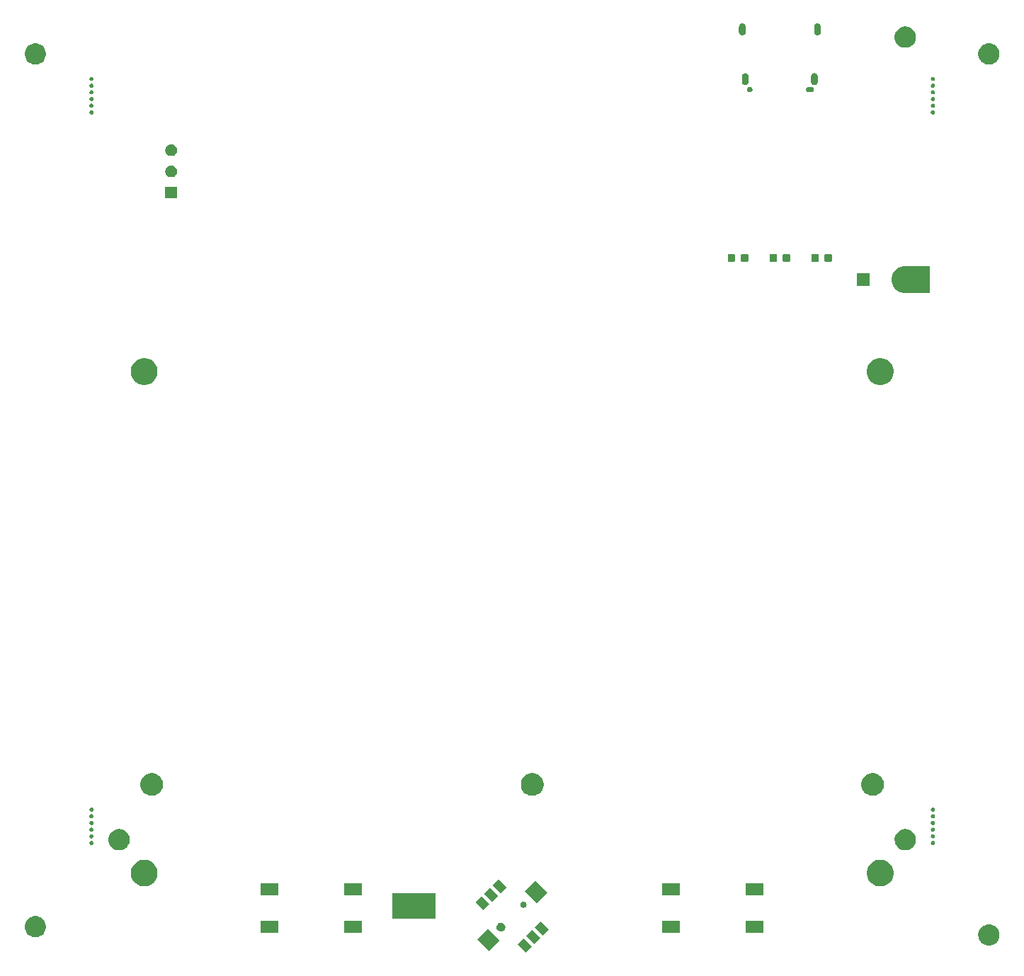
<source format=gbr>
G04 #@! TF.GenerationSoftware,KiCad,Pcbnew,5.0.2-bee76a0~70~ubuntu18.04.1*
G04 #@! TF.CreationDate,2020-04-30T09:20:18+02:00*
G04 #@! TF.ProjectId,OpenDropV4,4f70656e-4472-46f7-9056-342e6b696361,rev?*
G04 #@! TF.SameCoordinates,Original*
G04 #@! TF.FileFunction,Soldermask,Top*
G04 #@! TF.FilePolarity,Negative*
%FSLAX46Y46*%
G04 Gerber Fmt 4.6, Leading zero omitted, Abs format (unit mm)*
G04 Created by KiCad (PCBNEW 5.0.2-bee76a0~70~ubuntu18.04.1) date Do 30 Apr 2020 09:20:18 CEST*
%MOMM*%
%LPD*%
G01*
G04 APERTURE LIST*
%ADD10C,0.100000*%
G04 APERTURE END LIST*
D10*
G36*
X102350931Y-142775078D02*
X101643824Y-143482185D01*
X100689229Y-142527590D01*
X101396336Y-141820483D01*
X102350931Y-142775078D01*
X102350931Y-142775078D01*
G37*
G36*
X98479522Y-142050293D02*
X97206729Y-143323086D01*
X95792514Y-141908871D01*
X97065307Y-140636078D01*
X98479522Y-142050293D01*
X98479522Y-142050293D01*
G37*
G36*
X157247764Y-140154402D02*
X157370445Y-140178805D01*
X157601571Y-140274541D01*
X157809581Y-140413529D01*
X157986471Y-140590419D01*
X157986473Y-140590422D01*
X158125459Y-140798429D01*
X158221195Y-141029555D01*
X158221195Y-141029557D01*
X158270000Y-141274914D01*
X158270000Y-141525086D01*
X158245597Y-141647765D01*
X158221195Y-141770445D01*
X158125459Y-142001571D01*
X157986471Y-142209581D01*
X157809581Y-142386471D01*
X157809578Y-142386473D01*
X157601571Y-142525459D01*
X157370445Y-142621195D01*
X157247765Y-142645597D01*
X157125086Y-142670000D01*
X156874914Y-142670000D01*
X156752235Y-142645597D01*
X156629555Y-142621195D01*
X156398429Y-142525459D01*
X156190422Y-142386473D01*
X156190419Y-142386471D01*
X156013529Y-142209581D01*
X155874541Y-142001571D01*
X155778805Y-141770445D01*
X155754402Y-141647764D01*
X155730000Y-141525086D01*
X155730000Y-141274914D01*
X155778805Y-141029557D01*
X155778805Y-141029555D01*
X155874541Y-140798429D01*
X156013527Y-140590422D01*
X156013529Y-140590419D01*
X156190419Y-140413529D01*
X156398429Y-140274541D01*
X156629555Y-140178805D01*
X156752236Y-140154402D01*
X156874914Y-140130000D01*
X157125086Y-140130000D01*
X157247764Y-140154402D01*
X157247764Y-140154402D01*
G37*
G36*
X103358558Y-141767451D02*
X102651451Y-142474558D01*
X101696856Y-141519963D01*
X102403963Y-140812856D01*
X103358558Y-141767451D01*
X103358558Y-141767451D01*
G37*
G36*
X43247765Y-139154403D02*
X43370445Y-139178805D01*
X43601571Y-139274541D01*
X43809581Y-139413529D01*
X43986471Y-139590419D01*
X43986473Y-139590422D01*
X44125459Y-139798429D01*
X44221195Y-140029555D01*
X44221195Y-140029557D01*
X44269926Y-140274541D01*
X44270000Y-140274916D01*
X44270000Y-140525084D01*
X44221195Y-140770445D01*
X44203627Y-140812857D01*
X44125459Y-141001571D01*
X43986471Y-141209581D01*
X43809581Y-141386471D01*
X43809578Y-141386473D01*
X43601571Y-141525459D01*
X43370445Y-141621195D01*
X43247765Y-141645597D01*
X43125086Y-141670000D01*
X42874914Y-141670000D01*
X42752235Y-141645597D01*
X42629555Y-141621195D01*
X42398429Y-141525459D01*
X42190422Y-141386473D01*
X42190419Y-141386471D01*
X42013529Y-141209581D01*
X41874541Y-141001571D01*
X41796373Y-140812857D01*
X41778805Y-140770445D01*
X41730000Y-140525084D01*
X41730000Y-140274916D01*
X41730075Y-140274541D01*
X41778805Y-140029557D01*
X41778805Y-140029555D01*
X41874541Y-139798429D01*
X42013527Y-139590422D01*
X42013529Y-139590419D01*
X42190419Y-139413529D01*
X42398429Y-139274541D01*
X42629555Y-139178805D01*
X42752235Y-139154403D01*
X42874914Y-139130000D01*
X43125086Y-139130000D01*
X43247765Y-139154403D01*
X43247765Y-139154403D01*
G37*
G36*
X104366185Y-140759824D02*
X103659078Y-141466931D01*
X102704483Y-140512336D01*
X103411590Y-139805229D01*
X104366185Y-140759824D01*
X104366185Y-140759824D01*
G37*
G36*
X130050000Y-141150000D02*
X127950000Y-141150000D01*
X127950000Y-139750000D01*
X130050000Y-139750000D01*
X130050000Y-141150000D01*
X130050000Y-141150000D01*
G37*
G36*
X120050000Y-141150000D02*
X117950000Y-141150000D01*
X117950000Y-139750000D01*
X120050000Y-139750000D01*
X120050000Y-141150000D01*
X120050000Y-141150000D01*
G37*
G36*
X72050000Y-141150000D02*
X69950000Y-141150000D01*
X69950000Y-139750000D01*
X72050000Y-139750000D01*
X72050000Y-141150000D01*
X72050000Y-141150000D01*
G37*
G36*
X82050000Y-141150000D02*
X79950000Y-141150000D01*
X79950000Y-139750000D01*
X82050000Y-139750000D01*
X82050000Y-141150000D01*
X82050000Y-141150000D01*
G37*
G36*
X98809431Y-139954478D02*
X98809433Y-139954479D01*
X98809434Y-139954479D01*
X98904978Y-139994054D01*
X98990579Y-140051251D01*
X98990968Y-140051511D01*
X99064089Y-140124632D01*
X99064091Y-140124635D01*
X99121546Y-140210622D01*
X99148176Y-140274914D01*
X99161122Y-140306169D01*
X99181297Y-140407594D01*
X99181297Y-140511012D01*
X99165502Y-140590419D01*
X99161121Y-140612440D01*
X99121546Y-140707984D01*
X99064349Y-140793585D01*
X99064089Y-140793974D01*
X98990968Y-140867095D01*
X98990965Y-140867097D01*
X98904978Y-140924552D01*
X98809434Y-140964127D01*
X98809433Y-140964127D01*
X98809431Y-140964128D01*
X98708006Y-140984303D01*
X98604588Y-140984303D01*
X98503163Y-140964128D01*
X98503161Y-140964127D01*
X98503160Y-140964127D01*
X98407616Y-140924552D01*
X98321629Y-140867097D01*
X98321626Y-140867095D01*
X98248505Y-140793974D01*
X98248245Y-140793585D01*
X98191048Y-140707984D01*
X98151473Y-140612440D01*
X98147093Y-140590419D01*
X98131297Y-140511012D01*
X98131297Y-140407594D01*
X98151472Y-140306169D01*
X98164418Y-140274914D01*
X98191048Y-140210622D01*
X98248503Y-140124635D01*
X98248505Y-140124632D01*
X98321626Y-140051511D01*
X98322015Y-140051251D01*
X98407616Y-139994054D01*
X98503160Y-139954479D01*
X98503161Y-139954479D01*
X98503163Y-139954478D01*
X98604588Y-139934303D01*
X98708006Y-139934303D01*
X98809431Y-139954478D01*
X98809431Y-139954478D01*
G37*
G36*
X90865000Y-139439000D02*
X85665000Y-139439000D01*
X85665000Y-136439000D01*
X90865000Y-136439000D01*
X90865000Y-139439000D01*
X90865000Y-139439000D01*
G37*
G36*
X97295117Y-137719264D02*
X96588010Y-138426371D01*
X95633415Y-137471776D01*
X96340522Y-136764669D01*
X97295117Y-137719264D01*
X97295117Y-137719264D01*
G37*
G36*
X101452687Y-137411708D02*
X101520932Y-137439976D01*
X101582352Y-137481016D01*
X101634584Y-137533248D01*
X101675624Y-137594668D01*
X101703892Y-137662913D01*
X101718303Y-137735362D01*
X101718303Y-137809232D01*
X101703892Y-137881681D01*
X101675624Y-137949926D01*
X101634584Y-138011346D01*
X101582352Y-138063578D01*
X101520932Y-138104618D01*
X101452687Y-138132886D01*
X101380238Y-138147297D01*
X101306368Y-138147297D01*
X101233919Y-138132886D01*
X101165674Y-138104618D01*
X101104254Y-138063578D01*
X101052022Y-138011346D01*
X101010982Y-137949926D01*
X100982714Y-137881681D01*
X100968303Y-137809232D01*
X100968303Y-137735362D01*
X100982714Y-137662913D01*
X101010982Y-137594668D01*
X101052022Y-137533248D01*
X101104254Y-137481016D01*
X101165674Y-137439976D01*
X101233919Y-137411708D01*
X101306368Y-137397297D01*
X101380238Y-137397297D01*
X101452687Y-137411708D01*
X101452687Y-137411708D01*
G37*
G36*
X104207086Y-136322729D02*
X102934293Y-137595522D01*
X101520078Y-136181307D01*
X102792871Y-134908514D01*
X104207086Y-136322729D01*
X104207086Y-136322729D01*
G37*
G36*
X98302744Y-136711637D02*
X97595637Y-137418744D01*
X96641042Y-136464149D01*
X97348149Y-135757042D01*
X98302744Y-136711637D01*
X98302744Y-136711637D01*
G37*
G36*
X130050000Y-136650000D02*
X127950000Y-136650000D01*
X127950000Y-135250000D01*
X130050000Y-135250000D01*
X130050000Y-136650000D01*
X130050000Y-136650000D01*
G37*
G36*
X120050000Y-136650000D02*
X117950000Y-136650000D01*
X117950000Y-135250000D01*
X120050000Y-135250000D01*
X120050000Y-136650000D01*
X120050000Y-136650000D01*
G37*
G36*
X82050000Y-136650000D02*
X79950000Y-136650000D01*
X79950000Y-135250000D01*
X82050000Y-135250000D01*
X82050000Y-136650000D01*
X82050000Y-136650000D01*
G37*
G36*
X72050000Y-136650000D02*
X69950000Y-136650000D01*
X69950000Y-135250000D01*
X72050000Y-135250000D01*
X72050000Y-136650000D01*
X72050000Y-136650000D01*
G37*
G36*
X99310371Y-135704010D02*
X98603264Y-136411117D01*
X97648669Y-135456522D01*
X98355776Y-134749415D01*
X99310371Y-135704010D01*
X99310371Y-135704010D01*
G37*
G36*
X144466703Y-132461486D02*
X144757883Y-132582097D01*
X145019944Y-132757201D01*
X145242799Y-132980056D01*
X145417903Y-133242117D01*
X145538514Y-133533297D01*
X145600000Y-133842412D01*
X145600000Y-134157588D01*
X145538514Y-134466703D01*
X145417903Y-134757883D01*
X145242799Y-135019944D01*
X145019944Y-135242799D01*
X144757883Y-135417903D01*
X144466703Y-135538514D01*
X144157588Y-135600000D01*
X143842412Y-135600000D01*
X143533297Y-135538514D01*
X143242117Y-135417903D01*
X142980056Y-135242799D01*
X142757201Y-135019944D01*
X142582097Y-134757883D01*
X142461486Y-134466703D01*
X142400000Y-134157588D01*
X142400000Y-133842412D01*
X142461486Y-133533297D01*
X142582097Y-133242117D01*
X142757201Y-132980056D01*
X142980056Y-132757201D01*
X143242117Y-132582097D01*
X143533297Y-132461486D01*
X143842412Y-132400000D01*
X144157588Y-132400000D01*
X144466703Y-132461486D01*
X144466703Y-132461486D01*
G37*
G36*
X56466703Y-132461486D02*
X56757883Y-132582097D01*
X57019944Y-132757201D01*
X57242799Y-132980056D01*
X57417903Y-133242117D01*
X57538514Y-133533297D01*
X57600000Y-133842412D01*
X57600000Y-134157588D01*
X57538514Y-134466703D01*
X57417903Y-134757883D01*
X57242799Y-135019944D01*
X57019944Y-135242799D01*
X56757883Y-135417903D01*
X56466703Y-135538514D01*
X56157588Y-135600000D01*
X55842412Y-135600000D01*
X55533297Y-135538514D01*
X55242117Y-135417903D01*
X54980056Y-135242799D01*
X54757201Y-135019944D01*
X54582097Y-134757883D01*
X54461486Y-134466703D01*
X54400000Y-134157588D01*
X54400000Y-133842412D01*
X54461486Y-133533297D01*
X54582097Y-133242117D01*
X54757201Y-132980056D01*
X54980056Y-132757201D01*
X55242117Y-132582097D01*
X55533297Y-132461486D01*
X55842412Y-132400000D01*
X56157588Y-132400000D01*
X56466703Y-132461486D01*
X56466703Y-132461486D01*
G37*
G36*
X147247765Y-128754403D02*
X147370445Y-128778805D01*
X147597655Y-128872919D01*
X147601571Y-128874541D01*
X147809581Y-129013529D01*
X147986471Y-129190419D01*
X147986473Y-129190422D01*
X148125459Y-129398429D01*
X148221195Y-129629555D01*
X148229821Y-129672922D01*
X148270000Y-129874914D01*
X148270000Y-130125086D01*
X148259384Y-130178454D01*
X148221195Y-130370445D01*
X148178747Y-130472922D01*
X148125459Y-130601571D01*
X147986471Y-130809581D01*
X147809581Y-130986471D01*
X147809578Y-130986473D01*
X147601571Y-131125459D01*
X147370445Y-131221195D01*
X147247764Y-131245598D01*
X147125086Y-131270000D01*
X146874914Y-131270000D01*
X146752236Y-131245598D01*
X146629555Y-131221195D01*
X146398429Y-131125459D01*
X146190422Y-130986473D01*
X146190419Y-130986471D01*
X146013529Y-130809581D01*
X145874541Y-130601571D01*
X145821253Y-130472922D01*
X145778805Y-130370445D01*
X145740616Y-130178454D01*
X145730000Y-130125086D01*
X145730000Y-129874914D01*
X145770179Y-129672922D01*
X145778805Y-129629555D01*
X145874541Y-129398429D01*
X146013527Y-129190422D01*
X146013529Y-129190419D01*
X146190419Y-129013529D01*
X146398429Y-128874541D01*
X146402345Y-128872919D01*
X146629555Y-128778805D01*
X146752235Y-128754403D01*
X146874914Y-128730000D01*
X147125086Y-128730000D01*
X147247765Y-128754403D01*
X147247765Y-128754403D01*
G37*
G36*
X53247765Y-128754403D02*
X53370445Y-128778805D01*
X53597655Y-128872919D01*
X53601571Y-128874541D01*
X53809581Y-129013529D01*
X53986471Y-129190419D01*
X53986473Y-129190422D01*
X54125459Y-129398429D01*
X54221195Y-129629555D01*
X54229821Y-129672922D01*
X54270000Y-129874914D01*
X54270000Y-130125086D01*
X54259384Y-130178454D01*
X54221195Y-130370445D01*
X54178747Y-130472922D01*
X54125459Y-130601571D01*
X53986471Y-130809581D01*
X53809581Y-130986471D01*
X53809578Y-130986473D01*
X53601571Y-131125459D01*
X53370445Y-131221195D01*
X53247764Y-131245598D01*
X53125086Y-131270000D01*
X52874914Y-131270000D01*
X52752236Y-131245598D01*
X52629555Y-131221195D01*
X52398429Y-131125459D01*
X52190422Y-130986473D01*
X52190419Y-130986471D01*
X52013529Y-130809581D01*
X51874541Y-130601571D01*
X51821253Y-130472922D01*
X51778805Y-130370445D01*
X51740616Y-130178454D01*
X51730000Y-130125086D01*
X51730000Y-129874914D01*
X51770179Y-129672922D01*
X51778805Y-129629555D01*
X51874541Y-129398429D01*
X52013527Y-129190422D01*
X52013529Y-129190419D01*
X52190419Y-129013529D01*
X52398429Y-128874541D01*
X52402345Y-128872919D01*
X52629555Y-128778805D01*
X52752235Y-128754403D01*
X52874914Y-128730000D01*
X53125086Y-128730000D01*
X53247765Y-128754403D01*
X53247765Y-128754403D01*
G37*
G36*
X49736698Y-130152402D02*
X49772922Y-130159607D01*
X49818420Y-130178453D01*
X49859366Y-130205812D01*
X49894188Y-130240634D01*
X49921547Y-130281580D01*
X49940393Y-130327078D01*
X49950000Y-130375377D01*
X49950000Y-130424623D01*
X49940393Y-130472922D01*
X49921547Y-130518420D01*
X49894188Y-130559366D01*
X49859366Y-130594188D01*
X49818420Y-130621547D01*
X49772922Y-130640393D01*
X49736698Y-130647598D01*
X49724624Y-130650000D01*
X49675376Y-130650000D01*
X49663302Y-130647598D01*
X49627078Y-130640393D01*
X49581580Y-130621547D01*
X49540634Y-130594188D01*
X49505812Y-130559366D01*
X49478453Y-130518420D01*
X49459607Y-130472922D01*
X49450000Y-130424623D01*
X49450000Y-130375377D01*
X49459607Y-130327078D01*
X49478453Y-130281580D01*
X49505812Y-130240634D01*
X49540634Y-130205812D01*
X49581580Y-130178453D01*
X49627078Y-130159607D01*
X49663302Y-130152402D01*
X49675376Y-130150000D01*
X49724624Y-130150000D01*
X49736698Y-130152402D01*
X49736698Y-130152402D01*
G37*
G36*
X150336698Y-130152402D02*
X150372922Y-130159607D01*
X150418420Y-130178453D01*
X150459366Y-130205812D01*
X150494188Y-130240634D01*
X150521547Y-130281580D01*
X150540393Y-130327078D01*
X150550000Y-130375377D01*
X150550000Y-130424623D01*
X150540393Y-130472922D01*
X150521547Y-130518420D01*
X150494188Y-130559366D01*
X150459366Y-130594188D01*
X150418420Y-130621547D01*
X150372922Y-130640393D01*
X150336698Y-130647598D01*
X150324624Y-130650000D01*
X150275376Y-130650000D01*
X150263302Y-130647598D01*
X150227078Y-130640393D01*
X150181580Y-130621547D01*
X150140634Y-130594188D01*
X150105812Y-130559366D01*
X150078453Y-130518420D01*
X150059607Y-130472922D01*
X150050000Y-130424623D01*
X150050000Y-130375377D01*
X150059607Y-130327078D01*
X150078453Y-130281580D01*
X150105812Y-130240634D01*
X150140634Y-130205812D01*
X150181580Y-130178453D01*
X150227078Y-130159607D01*
X150263302Y-130152402D01*
X150275376Y-130150000D01*
X150324624Y-130150000D01*
X150336698Y-130152402D01*
X150336698Y-130152402D01*
G37*
G36*
X150336698Y-129352402D02*
X150372922Y-129359607D01*
X150418420Y-129378453D01*
X150459366Y-129405812D01*
X150494188Y-129440634D01*
X150521547Y-129481580D01*
X150540393Y-129527078D01*
X150550000Y-129575377D01*
X150550000Y-129624623D01*
X150540393Y-129672922D01*
X150521547Y-129718420D01*
X150494188Y-129759366D01*
X150459366Y-129794188D01*
X150418420Y-129821547D01*
X150372922Y-129840393D01*
X150336698Y-129847598D01*
X150324624Y-129850000D01*
X150275376Y-129850000D01*
X150263302Y-129847598D01*
X150227078Y-129840393D01*
X150181580Y-129821547D01*
X150140634Y-129794188D01*
X150105812Y-129759366D01*
X150078453Y-129718420D01*
X150059607Y-129672922D01*
X150050000Y-129624623D01*
X150050000Y-129575377D01*
X150059607Y-129527078D01*
X150078453Y-129481580D01*
X150105812Y-129440634D01*
X150140634Y-129405812D01*
X150181580Y-129378453D01*
X150227078Y-129359607D01*
X150263302Y-129352402D01*
X150275376Y-129350000D01*
X150324624Y-129350000D01*
X150336698Y-129352402D01*
X150336698Y-129352402D01*
G37*
G36*
X49736698Y-129352402D02*
X49772922Y-129359607D01*
X49818420Y-129378453D01*
X49859366Y-129405812D01*
X49894188Y-129440634D01*
X49921547Y-129481580D01*
X49940393Y-129527078D01*
X49950000Y-129575377D01*
X49950000Y-129624623D01*
X49940393Y-129672922D01*
X49921547Y-129718420D01*
X49894188Y-129759366D01*
X49859366Y-129794188D01*
X49818420Y-129821547D01*
X49772922Y-129840393D01*
X49736698Y-129847598D01*
X49724624Y-129850000D01*
X49675376Y-129850000D01*
X49663302Y-129847598D01*
X49627078Y-129840393D01*
X49581580Y-129821547D01*
X49540634Y-129794188D01*
X49505812Y-129759366D01*
X49478453Y-129718420D01*
X49459607Y-129672922D01*
X49450000Y-129624623D01*
X49450000Y-129575377D01*
X49459607Y-129527078D01*
X49478453Y-129481580D01*
X49505812Y-129440634D01*
X49540634Y-129405812D01*
X49581580Y-129378453D01*
X49627078Y-129359607D01*
X49663302Y-129352402D01*
X49675376Y-129350000D01*
X49724624Y-129350000D01*
X49736698Y-129352402D01*
X49736698Y-129352402D01*
G37*
G36*
X49736698Y-128552402D02*
X49772922Y-128559607D01*
X49818420Y-128578453D01*
X49859366Y-128605812D01*
X49894188Y-128640634D01*
X49921547Y-128681580D01*
X49940393Y-128727078D01*
X49950000Y-128775377D01*
X49950000Y-128824623D01*
X49940393Y-128872922D01*
X49921547Y-128918420D01*
X49894188Y-128959366D01*
X49859366Y-128994188D01*
X49818420Y-129021547D01*
X49772922Y-129040393D01*
X49736698Y-129047598D01*
X49724624Y-129050000D01*
X49675376Y-129050000D01*
X49663302Y-129047598D01*
X49627078Y-129040393D01*
X49581580Y-129021547D01*
X49540634Y-128994188D01*
X49505812Y-128959366D01*
X49478453Y-128918420D01*
X49459607Y-128872922D01*
X49450000Y-128824623D01*
X49450000Y-128775377D01*
X49459607Y-128727078D01*
X49478453Y-128681580D01*
X49505812Y-128640634D01*
X49540634Y-128605812D01*
X49581580Y-128578453D01*
X49627078Y-128559607D01*
X49663302Y-128552402D01*
X49675376Y-128550000D01*
X49724624Y-128550000D01*
X49736698Y-128552402D01*
X49736698Y-128552402D01*
G37*
G36*
X150336698Y-128552402D02*
X150372922Y-128559607D01*
X150418420Y-128578453D01*
X150459366Y-128605812D01*
X150494188Y-128640634D01*
X150521547Y-128681580D01*
X150540393Y-128727078D01*
X150550000Y-128775377D01*
X150550000Y-128824623D01*
X150540393Y-128872922D01*
X150521547Y-128918420D01*
X150494188Y-128959366D01*
X150459366Y-128994188D01*
X150418420Y-129021547D01*
X150372922Y-129040393D01*
X150336698Y-129047598D01*
X150324624Y-129050000D01*
X150275376Y-129050000D01*
X150263302Y-129047598D01*
X150227078Y-129040393D01*
X150181580Y-129021547D01*
X150140634Y-128994188D01*
X150105812Y-128959366D01*
X150078453Y-128918420D01*
X150059607Y-128872922D01*
X150050000Y-128824623D01*
X150050000Y-128775377D01*
X150059607Y-128727078D01*
X150078453Y-128681580D01*
X150105812Y-128640634D01*
X150140634Y-128605812D01*
X150181580Y-128578453D01*
X150227078Y-128559607D01*
X150263302Y-128552402D01*
X150275376Y-128550000D01*
X150324624Y-128550000D01*
X150336698Y-128552402D01*
X150336698Y-128552402D01*
G37*
G36*
X150336698Y-127752402D02*
X150372922Y-127759607D01*
X150418420Y-127778453D01*
X150459366Y-127805812D01*
X150494188Y-127840634D01*
X150521547Y-127881580D01*
X150540393Y-127927078D01*
X150550000Y-127975377D01*
X150550000Y-128024623D01*
X150540393Y-128072922D01*
X150521547Y-128118420D01*
X150494188Y-128159366D01*
X150459366Y-128194188D01*
X150418420Y-128221547D01*
X150372922Y-128240393D01*
X150336698Y-128247598D01*
X150324624Y-128250000D01*
X150275376Y-128250000D01*
X150263302Y-128247598D01*
X150227078Y-128240393D01*
X150181580Y-128221547D01*
X150140634Y-128194188D01*
X150105812Y-128159366D01*
X150078453Y-128118420D01*
X150059607Y-128072922D01*
X150050000Y-128024623D01*
X150050000Y-127975377D01*
X150059607Y-127927078D01*
X150078453Y-127881580D01*
X150105812Y-127840634D01*
X150140634Y-127805812D01*
X150181580Y-127778453D01*
X150227078Y-127759607D01*
X150263302Y-127752402D01*
X150275376Y-127750000D01*
X150324624Y-127750000D01*
X150336698Y-127752402D01*
X150336698Y-127752402D01*
G37*
G36*
X49736698Y-127752402D02*
X49772922Y-127759607D01*
X49818420Y-127778453D01*
X49859366Y-127805812D01*
X49894188Y-127840634D01*
X49921547Y-127881580D01*
X49940393Y-127927078D01*
X49950000Y-127975377D01*
X49950000Y-128024623D01*
X49940393Y-128072922D01*
X49921547Y-128118420D01*
X49894188Y-128159366D01*
X49859366Y-128194188D01*
X49818420Y-128221547D01*
X49772922Y-128240393D01*
X49736698Y-128247598D01*
X49724624Y-128250000D01*
X49675376Y-128250000D01*
X49663302Y-128247598D01*
X49627078Y-128240393D01*
X49581580Y-128221547D01*
X49540634Y-128194188D01*
X49505812Y-128159366D01*
X49478453Y-128118420D01*
X49459607Y-128072922D01*
X49450000Y-128024623D01*
X49450000Y-127975377D01*
X49459607Y-127927078D01*
X49478453Y-127881580D01*
X49505812Y-127840634D01*
X49540634Y-127805812D01*
X49581580Y-127778453D01*
X49627078Y-127759607D01*
X49663302Y-127752402D01*
X49675376Y-127750000D01*
X49724624Y-127750000D01*
X49736698Y-127752402D01*
X49736698Y-127752402D01*
G37*
G36*
X150336698Y-126952402D02*
X150372922Y-126959607D01*
X150418420Y-126978453D01*
X150459366Y-127005812D01*
X150494188Y-127040634D01*
X150521547Y-127081580D01*
X150540393Y-127127078D01*
X150550000Y-127175377D01*
X150550000Y-127224623D01*
X150540393Y-127272922D01*
X150521547Y-127318420D01*
X150494188Y-127359366D01*
X150459366Y-127394188D01*
X150418420Y-127421547D01*
X150372922Y-127440393D01*
X150336698Y-127447598D01*
X150324624Y-127450000D01*
X150275376Y-127450000D01*
X150263302Y-127447598D01*
X150227078Y-127440393D01*
X150181580Y-127421547D01*
X150140634Y-127394188D01*
X150105812Y-127359366D01*
X150078453Y-127318420D01*
X150059607Y-127272922D01*
X150050000Y-127224623D01*
X150050000Y-127175377D01*
X150059607Y-127127078D01*
X150078453Y-127081580D01*
X150105812Y-127040634D01*
X150140634Y-127005812D01*
X150181580Y-126978453D01*
X150227078Y-126959607D01*
X150263302Y-126952402D01*
X150275376Y-126950000D01*
X150324624Y-126950000D01*
X150336698Y-126952402D01*
X150336698Y-126952402D01*
G37*
G36*
X49736698Y-126952402D02*
X49772922Y-126959607D01*
X49818420Y-126978453D01*
X49859366Y-127005812D01*
X49894188Y-127040634D01*
X49921547Y-127081580D01*
X49940393Y-127127078D01*
X49950000Y-127175377D01*
X49950000Y-127224623D01*
X49940393Y-127272922D01*
X49921547Y-127318420D01*
X49894188Y-127359366D01*
X49859366Y-127394188D01*
X49818420Y-127421547D01*
X49772922Y-127440393D01*
X49736698Y-127447598D01*
X49724624Y-127450000D01*
X49675376Y-127450000D01*
X49663302Y-127447598D01*
X49627078Y-127440393D01*
X49581580Y-127421547D01*
X49540634Y-127394188D01*
X49505812Y-127359366D01*
X49478453Y-127318420D01*
X49459607Y-127272922D01*
X49450000Y-127224623D01*
X49450000Y-127175377D01*
X49459607Y-127127078D01*
X49478453Y-127081580D01*
X49505812Y-127040634D01*
X49540634Y-127005812D01*
X49581580Y-126978453D01*
X49627078Y-126959607D01*
X49663302Y-126952402D01*
X49675376Y-126950000D01*
X49724624Y-126950000D01*
X49736698Y-126952402D01*
X49736698Y-126952402D01*
G37*
G36*
X49736698Y-126152402D02*
X49772922Y-126159607D01*
X49818420Y-126178453D01*
X49859366Y-126205812D01*
X49894188Y-126240634D01*
X49921547Y-126281580D01*
X49940393Y-126327078D01*
X49950000Y-126375377D01*
X49950000Y-126424623D01*
X49940393Y-126472922D01*
X49921547Y-126518420D01*
X49894188Y-126559366D01*
X49859366Y-126594188D01*
X49818420Y-126621547D01*
X49772922Y-126640393D01*
X49736698Y-126647598D01*
X49724624Y-126650000D01*
X49675376Y-126650000D01*
X49663302Y-126647598D01*
X49627078Y-126640393D01*
X49581580Y-126621547D01*
X49540634Y-126594188D01*
X49505812Y-126559366D01*
X49478453Y-126518420D01*
X49459607Y-126472922D01*
X49450000Y-126424623D01*
X49450000Y-126375377D01*
X49459607Y-126327078D01*
X49478453Y-126281580D01*
X49505812Y-126240634D01*
X49540634Y-126205812D01*
X49581580Y-126178453D01*
X49627078Y-126159607D01*
X49663302Y-126152402D01*
X49675376Y-126150000D01*
X49724624Y-126150000D01*
X49736698Y-126152402D01*
X49736698Y-126152402D01*
G37*
G36*
X150336698Y-126152402D02*
X150372922Y-126159607D01*
X150418420Y-126178453D01*
X150459366Y-126205812D01*
X150494188Y-126240634D01*
X150521547Y-126281580D01*
X150540393Y-126327078D01*
X150550000Y-126375377D01*
X150550000Y-126424623D01*
X150540393Y-126472922D01*
X150521547Y-126518420D01*
X150494188Y-126559366D01*
X150459366Y-126594188D01*
X150418420Y-126621547D01*
X150372922Y-126640393D01*
X150336698Y-126647598D01*
X150324624Y-126650000D01*
X150275376Y-126650000D01*
X150263302Y-126647598D01*
X150227078Y-126640393D01*
X150181580Y-126621547D01*
X150140634Y-126594188D01*
X150105812Y-126559366D01*
X150078453Y-126518420D01*
X150059607Y-126472922D01*
X150050000Y-126424623D01*
X150050000Y-126375377D01*
X150059607Y-126327078D01*
X150078453Y-126281580D01*
X150105812Y-126240634D01*
X150140634Y-126205812D01*
X150181580Y-126178453D01*
X150227078Y-126159607D01*
X150263302Y-126152402D01*
X150275376Y-126150000D01*
X150324624Y-126150000D01*
X150336698Y-126152402D01*
X150336698Y-126152402D01*
G37*
G36*
X57293778Y-122101879D02*
X57539466Y-122203646D01*
X57760578Y-122351389D01*
X57948611Y-122539422D01*
X58096354Y-122760534D01*
X58198121Y-123006222D01*
X58250000Y-123267035D01*
X58250000Y-123532965D01*
X58198121Y-123793778D01*
X58096354Y-124039466D01*
X57948611Y-124260578D01*
X57760578Y-124448611D01*
X57539466Y-124596354D01*
X57293778Y-124698121D01*
X57032965Y-124750000D01*
X56767035Y-124750000D01*
X56506222Y-124698121D01*
X56260534Y-124596354D01*
X56039422Y-124448611D01*
X55851389Y-124260578D01*
X55703646Y-124039466D01*
X55601879Y-123793778D01*
X55550000Y-123532965D01*
X55550000Y-123267035D01*
X55601879Y-123006222D01*
X55703646Y-122760534D01*
X55851389Y-122539422D01*
X56039422Y-122351389D01*
X56260534Y-122203646D01*
X56506222Y-122101879D01*
X56767035Y-122050000D01*
X57032965Y-122050000D01*
X57293778Y-122101879D01*
X57293778Y-122101879D01*
G37*
G36*
X143493778Y-122101879D02*
X143739466Y-122203646D01*
X143960578Y-122351389D01*
X144148611Y-122539422D01*
X144296354Y-122760534D01*
X144398121Y-123006222D01*
X144450000Y-123267035D01*
X144450000Y-123532965D01*
X144398121Y-123793778D01*
X144296354Y-124039466D01*
X144148611Y-124260578D01*
X143960578Y-124448611D01*
X143739466Y-124596354D01*
X143493778Y-124698121D01*
X143232965Y-124750000D01*
X142967035Y-124750000D01*
X142706222Y-124698121D01*
X142460534Y-124596354D01*
X142239422Y-124448611D01*
X142051389Y-124260578D01*
X141903646Y-124039466D01*
X141801879Y-123793778D01*
X141750000Y-123532965D01*
X141750000Y-123267035D01*
X141801879Y-123006222D01*
X141903646Y-122760534D01*
X142051389Y-122539422D01*
X142239422Y-122351389D01*
X142460534Y-122203646D01*
X142706222Y-122101879D01*
X142967035Y-122050000D01*
X143232965Y-122050000D01*
X143493778Y-122101879D01*
X143493778Y-122101879D01*
G37*
G36*
X102793778Y-122101879D02*
X103039466Y-122203646D01*
X103260578Y-122351389D01*
X103448611Y-122539422D01*
X103596354Y-122760534D01*
X103698121Y-123006222D01*
X103750000Y-123267035D01*
X103750000Y-123532965D01*
X103698121Y-123793778D01*
X103596354Y-124039466D01*
X103448611Y-124260578D01*
X103260578Y-124448611D01*
X103039466Y-124596354D01*
X102793778Y-124698121D01*
X102532965Y-124750000D01*
X102267035Y-124750000D01*
X102006222Y-124698121D01*
X101760534Y-124596354D01*
X101539422Y-124448611D01*
X101351389Y-124260578D01*
X101203646Y-124039466D01*
X101101879Y-123793778D01*
X101050000Y-123532965D01*
X101050000Y-123267035D01*
X101101879Y-123006222D01*
X101203646Y-122760534D01*
X101351389Y-122539422D01*
X101539422Y-122351389D01*
X101760534Y-122203646D01*
X102006222Y-122101879D01*
X102267035Y-122050000D01*
X102532965Y-122050000D01*
X102793778Y-122101879D01*
X102793778Y-122101879D01*
G37*
G36*
X144466703Y-72461486D02*
X144757883Y-72582097D01*
X145019944Y-72757201D01*
X145242799Y-72980056D01*
X145417903Y-73242117D01*
X145538514Y-73533297D01*
X145600000Y-73842412D01*
X145600000Y-74157588D01*
X145538514Y-74466703D01*
X145417903Y-74757883D01*
X145242799Y-75019944D01*
X145019944Y-75242799D01*
X144757883Y-75417903D01*
X144466703Y-75538514D01*
X144157588Y-75600000D01*
X143842412Y-75600000D01*
X143533297Y-75538514D01*
X143242117Y-75417903D01*
X142980056Y-75242799D01*
X142757201Y-75019944D01*
X142582097Y-74757883D01*
X142461486Y-74466703D01*
X142400000Y-74157588D01*
X142400000Y-73842412D01*
X142461486Y-73533297D01*
X142582097Y-73242117D01*
X142757201Y-72980056D01*
X142980056Y-72757201D01*
X143242117Y-72582097D01*
X143533297Y-72461486D01*
X143842412Y-72400000D01*
X144157588Y-72400000D01*
X144466703Y-72461486D01*
X144466703Y-72461486D01*
G37*
G36*
X56466703Y-72461486D02*
X56757883Y-72582097D01*
X57019944Y-72757201D01*
X57242799Y-72980056D01*
X57417903Y-73242117D01*
X57538514Y-73533297D01*
X57600000Y-73842412D01*
X57600000Y-74157588D01*
X57538514Y-74466703D01*
X57417903Y-74757883D01*
X57242799Y-75019944D01*
X57019944Y-75242799D01*
X56757883Y-75417903D01*
X56466703Y-75538514D01*
X56157588Y-75600000D01*
X55842412Y-75600000D01*
X55533297Y-75538514D01*
X55242117Y-75417903D01*
X54980056Y-75242799D01*
X54757201Y-75019944D01*
X54582097Y-74757883D01*
X54461486Y-74466703D01*
X54400000Y-74157588D01*
X54400000Y-73842412D01*
X54461486Y-73533297D01*
X54582097Y-73242117D01*
X54757201Y-72980056D01*
X54980056Y-72757201D01*
X55242117Y-72582097D01*
X55533297Y-72461486D01*
X55842412Y-72400000D01*
X56157588Y-72400000D01*
X56466703Y-72461486D01*
X56466703Y-72461486D01*
G37*
G36*
X149963000Y-64600000D02*
X146805412Y-64600000D01*
X146496297Y-64538514D01*
X146205117Y-64417903D01*
X145943056Y-64242799D01*
X145720201Y-64019944D01*
X145545097Y-63757883D01*
X145424486Y-63466703D01*
X145363000Y-63157588D01*
X145363000Y-62842412D01*
X145424486Y-62533297D01*
X145545097Y-62242117D01*
X145720201Y-61980056D01*
X145943056Y-61757201D01*
X146205117Y-61582097D01*
X146496297Y-61461486D01*
X146805412Y-61400000D01*
X149963000Y-61400000D01*
X149963000Y-64600000D01*
X149963000Y-64600000D01*
G37*
G36*
X142750570Y-63750570D02*
X141249430Y-63750570D01*
X141249430Y-62249430D01*
X142750570Y-62249430D01*
X142750570Y-63750570D01*
X142750570Y-63750570D01*
G37*
G36*
X136524116Y-59939595D02*
X136553313Y-59948452D01*
X136580218Y-59962833D01*
X136603808Y-59982192D01*
X136623167Y-60005782D01*
X136637548Y-60032687D01*
X136646405Y-60061884D01*
X136650000Y-60098390D01*
X136650000Y-60723610D01*
X136646405Y-60760116D01*
X136637548Y-60789313D01*
X136623167Y-60816218D01*
X136603808Y-60839808D01*
X136580218Y-60859167D01*
X136553313Y-60873548D01*
X136524116Y-60882405D01*
X136487610Y-60886000D01*
X135937390Y-60886000D01*
X135900884Y-60882405D01*
X135871687Y-60873548D01*
X135844782Y-60859167D01*
X135821192Y-60839808D01*
X135801833Y-60816218D01*
X135787452Y-60789313D01*
X135778595Y-60760116D01*
X135775000Y-60723610D01*
X135775000Y-60098390D01*
X135778595Y-60061884D01*
X135787452Y-60032687D01*
X135801833Y-60005782D01*
X135821192Y-59982192D01*
X135844782Y-59962833D01*
X135871687Y-59948452D01*
X135900884Y-59939595D01*
X135937390Y-59936000D01*
X136487610Y-59936000D01*
X136524116Y-59939595D01*
X136524116Y-59939595D01*
G37*
G36*
X133099116Y-59939595D02*
X133128313Y-59948452D01*
X133155218Y-59962833D01*
X133178808Y-59982192D01*
X133198167Y-60005782D01*
X133212548Y-60032687D01*
X133221405Y-60061884D01*
X133225000Y-60098390D01*
X133225000Y-60723610D01*
X133221405Y-60760116D01*
X133212548Y-60789313D01*
X133198167Y-60816218D01*
X133178808Y-60839808D01*
X133155218Y-60859167D01*
X133128313Y-60873548D01*
X133099116Y-60882405D01*
X133062610Y-60886000D01*
X132512390Y-60886000D01*
X132475884Y-60882405D01*
X132446687Y-60873548D01*
X132419782Y-60859167D01*
X132396192Y-60839808D01*
X132376833Y-60816218D01*
X132362452Y-60789313D01*
X132353595Y-60760116D01*
X132350000Y-60723610D01*
X132350000Y-60098390D01*
X132353595Y-60061884D01*
X132362452Y-60032687D01*
X132376833Y-60005782D01*
X132396192Y-59982192D01*
X132419782Y-59962833D01*
X132446687Y-59948452D01*
X132475884Y-59939595D01*
X132512390Y-59936000D01*
X133062610Y-59936000D01*
X133099116Y-59939595D01*
X133099116Y-59939595D01*
G37*
G36*
X131524116Y-59939595D02*
X131553313Y-59948452D01*
X131580218Y-59962833D01*
X131603808Y-59982192D01*
X131623167Y-60005782D01*
X131637548Y-60032687D01*
X131646405Y-60061884D01*
X131650000Y-60098390D01*
X131650000Y-60723610D01*
X131646405Y-60760116D01*
X131637548Y-60789313D01*
X131623167Y-60816218D01*
X131603808Y-60839808D01*
X131580218Y-60859167D01*
X131553313Y-60873548D01*
X131524116Y-60882405D01*
X131487610Y-60886000D01*
X130937390Y-60886000D01*
X130900884Y-60882405D01*
X130871687Y-60873548D01*
X130844782Y-60859167D01*
X130821192Y-60839808D01*
X130801833Y-60816218D01*
X130787452Y-60789313D01*
X130778595Y-60760116D01*
X130775000Y-60723610D01*
X130775000Y-60098390D01*
X130778595Y-60061884D01*
X130787452Y-60032687D01*
X130801833Y-60005782D01*
X130821192Y-59982192D01*
X130844782Y-59962833D01*
X130871687Y-59948452D01*
X130900884Y-59939595D01*
X130937390Y-59936000D01*
X131487610Y-59936000D01*
X131524116Y-59939595D01*
X131524116Y-59939595D01*
G37*
G36*
X126524116Y-59939595D02*
X126553313Y-59948452D01*
X126580218Y-59962833D01*
X126603808Y-59982192D01*
X126623167Y-60005782D01*
X126637548Y-60032687D01*
X126646405Y-60061884D01*
X126650000Y-60098390D01*
X126650000Y-60723610D01*
X126646405Y-60760116D01*
X126637548Y-60789313D01*
X126623167Y-60816218D01*
X126603808Y-60839808D01*
X126580218Y-60859167D01*
X126553313Y-60873548D01*
X126524116Y-60882405D01*
X126487610Y-60886000D01*
X125937390Y-60886000D01*
X125900884Y-60882405D01*
X125871687Y-60873548D01*
X125844782Y-60859167D01*
X125821192Y-60839808D01*
X125801833Y-60816218D01*
X125787452Y-60789313D01*
X125778595Y-60760116D01*
X125775000Y-60723610D01*
X125775000Y-60098390D01*
X125778595Y-60061884D01*
X125787452Y-60032687D01*
X125801833Y-60005782D01*
X125821192Y-59982192D01*
X125844782Y-59962833D01*
X125871687Y-59948452D01*
X125900884Y-59939595D01*
X125937390Y-59936000D01*
X126487610Y-59936000D01*
X126524116Y-59939595D01*
X126524116Y-59939595D01*
G37*
G36*
X128099116Y-59939595D02*
X128128313Y-59948452D01*
X128155218Y-59962833D01*
X128178808Y-59982192D01*
X128198167Y-60005782D01*
X128212548Y-60032687D01*
X128221405Y-60061884D01*
X128225000Y-60098390D01*
X128225000Y-60723610D01*
X128221405Y-60760116D01*
X128212548Y-60789313D01*
X128198167Y-60816218D01*
X128178808Y-60839808D01*
X128155218Y-60859167D01*
X128128313Y-60873548D01*
X128099116Y-60882405D01*
X128062610Y-60886000D01*
X127512390Y-60886000D01*
X127475884Y-60882405D01*
X127446687Y-60873548D01*
X127419782Y-60859167D01*
X127396192Y-60839808D01*
X127376833Y-60816218D01*
X127362452Y-60789313D01*
X127353595Y-60760116D01*
X127350000Y-60723610D01*
X127350000Y-60098390D01*
X127353595Y-60061884D01*
X127362452Y-60032687D01*
X127376833Y-60005782D01*
X127396192Y-59982192D01*
X127419782Y-59962833D01*
X127446687Y-59948452D01*
X127475884Y-59939595D01*
X127512390Y-59936000D01*
X128062610Y-59936000D01*
X128099116Y-59939595D01*
X128099116Y-59939595D01*
G37*
G36*
X138099116Y-59939595D02*
X138128313Y-59948452D01*
X138155218Y-59962833D01*
X138178808Y-59982192D01*
X138198167Y-60005782D01*
X138212548Y-60032687D01*
X138221405Y-60061884D01*
X138225000Y-60098390D01*
X138225000Y-60723610D01*
X138221405Y-60760116D01*
X138212548Y-60789313D01*
X138198167Y-60816218D01*
X138178808Y-60839808D01*
X138155218Y-60859167D01*
X138128313Y-60873548D01*
X138099116Y-60882405D01*
X138062610Y-60886000D01*
X137512390Y-60886000D01*
X137475884Y-60882405D01*
X137446687Y-60873548D01*
X137419782Y-60859167D01*
X137396192Y-60839808D01*
X137376833Y-60816218D01*
X137362452Y-60789313D01*
X137353595Y-60760116D01*
X137350000Y-60723610D01*
X137350000Y-60098390D01*
X137353595Y-60061884D01*
X137362452Y-60032687D01*
X137376833Y-60005782D01*
X137396192Y-59982192D01*
X137419782Y-59962833D01*
X137446687Y-59948452D01*
X137475884Y-59939595D01*
X137512390Y-59936000D01*
X138062610Y-59936000D01*
X138099116Y-59939595D01*
X138099116Y-59939595D01*
G37*
G36*
X59928500Y-53303500D02*
X58531500Y-53303500D01*
X58531500Y-51906500D01*
X59928500Y-51906500D01*
X59928500Y-53303500D01*
X59928500Y-53303500D01*
G37*
G36*
X59433745Y-49393342D02*
X59560863Y-49445996D01*
X59675271Y-49522441D01*
X59772559Y-49619729D01*
X59849004Y-49734137D01*
X59901658Y-49861255D01*
X59928500Y-49996202D01*
X59928500Y-50133798D01*
X59901658Y-50268745D01*
X59849004Y-50395863D01*
X59772559Y-50510271D01*
X59675271Y-50607559D01*
X59560863Y-50684004D01*
X59433745Y-50736658D01*
X59298798Y-50763500D01*
X59161202Y-50763500D01*
X59026255Y-50736658D01*
X58899137Y-50684004D01*
X58784729Y-50607559D01*
X58687441Y-50510271D01*
X58610996Y-50395863D01*
X58558342Y-50268745D01*
X58531500Y-50133798D01*
X58531500Y-49996202D01*
X58558342Y-49861255D01*
X58610996Y-49734137D01*
X58687441Y-49619729D01*
X58784729Y-49522441D01*
X58899137Y-49445996D01*
X59026255Y-49393342D01*
X59161202Y-49366500D01*
X59298798Y-49366500D01*
X59433745Y-49393342D01*
X59433745Y-49393342D01*
G37*
G36*
X59433745Y-46853342D02*
X59560863Y-46905996D01*
X59675271Y-46982441D01*
X59772559Y-47079729D01*
X59849004Y-47194137D01*
X59901658Y-47321255D01*
X59928500Y-47456202D01*
X59928500Y-47593798D01*
X59901658Y-47728745D01*
X59849004Y-47855863D01*
X59772559Y-47970271D01*
X59675271Y-48067559D01*
X59560863Y-48144004D01*
X59433745Y-48196658D01*
X59298798Y-48223500D01*
X59161202Y-48223500D01*
X59026255Y-48196658D01*
X58899137Y-48144004D01*
X58784729Y-48067559D01*
X58687441Y-47970271D01*
X58610996Y-47855863D01*
X58558342Y-47728745D01*
X58531500Y-47593798D01*
X58531500Y-47456202D01*
X58558342Y-47321255D01*
X58610996Y-47194137D01*
X58687441Y-47079729D01*
X58784729Y-46982441D01*
X58899137Y-46905996D01*
X59026255Y-46853342D01*
X59161202Y-46826500D01*
X59298798Y-46826500D01*
X59433745Y-46853342D01*
X59433745Y-46853342D01*
G37*
G36*
X150336698Y-42752402D02*
X150372922Y-42759607D01*
X150418420Y-42778453D01*
X150459366Y-42805812D01*
X150494188Y-42840634D01*
X150521547Y-42881580D01*
X150540393Y-42927078D01*
X150550000Y-42975377D01*
X150550000Y-43024623D01*
X150540393Y-43072922D01*
X150521547Y-43118420D01*
X150494188Y-43159366D01*
X150459366Y-43194188D01*
X150418420Y-43221547D01*
X150372922Y-43240393D01*
X150336698Y-43247598D01*
X150324624Y-43250000D01*
X150275376Y-43250000D01*
X150263302Y-43247598D01*
X150227078Y-43240393D01*
X150181580Y-43221547D01*
X150140634Y-43194188D01*
X150105812Y-43159366D01*
X150078453Y-43118420D01*
X150059607Y-43072922D01*
X150050000Y-43024623D01*
X150050000Y-42975377D01*
X150059607Y-42927078D01*
X150078453Y-42881580D01*
X150105812Y-42840634D01*
X150140634Y-42805812D01*
X150181580Y-42778453D01*
X150227078Y-42759607D01*
X150263302Y-42752402D01*
X150275376Y-42750000D01*
X150324624Y-42750000D01*
X150336698Y-42752402D01*
X150336698Y-42752402D01*
G37*
G36*
X49736698Y-42752402D02*
X49772922Y-42759607D01*
X49818420Y-42778453D01*
X49859366Y-42805812D01*
X49894188Y-42840634D01*
X49921547Y-42881580D01*
X49940393Y-42927078D01*
X49950000Y-42975377D01*
X49950000Y-43024623D01*
X49940393Y-43072922D01*
X49921547Y-43118420D01*
X49894188Y-43159366D01*
X49859366Y-43194188D01*
X49818420Y-43221547D01*
X49772922Y-43240393D01*
X49736698Y-43247598D01*
X49724624Y-43250000D01*
X49675376Y-43250000D01*
X49663302Y-43247598D01*
X49627078Y-43240393D01*
X49581580Y-43221547D01*
X49540634Y-43194188D01*
X49505812Y-43159366D01*
X49478453Y-43118420D01*
X49459607Y-43072922D01*
X49450000Y-43024623D01*
X49450000Y-42975377D01*
X49459607Y-42927078D01*
X49478453Y-42881580D01*
X49505812Y-42840634D01*
X49540634Y-42805812D01*
X49581580Y-42778453D01*
X49627078Y-42759607D01*
X49663302Y-42752402D01*
X49675376Y-42750000D01*
X49724624Y-42750000D01*
X49736698Y-42752402D01*
X49736698Y-42752402D01*
G37*
G36*
X150336698Y-41952402D02*
X150372922Y-41959607D01*
X150418420Y-41978453D01*
X150459366Y-42005812D01*
X150494188Y-42040634D01*
X150521547Y-42081580D01*
X150540393Y-42127078D01*
X150550000Y-42175377D01*
X150550000Y-42224623D01*
X150540393Y-42272922D01*
X150521547Y-42318420D01*
X150494188Y-42359366D01*
X150459366Y-42394188D01*
X150418420Y-42421547D01*
X150372922Y-42440393D01*
X150336698Y-42447598D01*
X150324624Y-42450000D01*
X150275376Y-42450000D01*
X150263302Y-42447598D01*
X150227078Y-42440393D01*
X150181580Y-42421547D01*
X150140634Y-42394188D01*
X150105812Y-42359366D01*
X150078453Y-42318420D01*
X150059607Y-42272922D01*
X150050000Y-42224623D01*
X150050000Y-42175377D01*
X150059607Y-42127078D01*
X150078453Y-42081580D01*
X150105812Y-42040634D01*
X150140634Y-42005812D01*
X150181580Y-41978453D01*
X150227078Y-41959607D01*
X150263302Y-41952402D01*
X150275376Y-41950000D01*
X150324624Y-41950000D01*
X150336698Y-41952402D01*
X150336698Y-41952402D01*
G37*
G36*
X49736698Y-41952402D02*
X49772922Y-41959607D01*
X49818420Y-41978453D01*
X49859366Y-42005812D01*
X49894188Y-42040634D01*
X49921547Y-42081580D01*
X49940393Y-42127078D01*
X49950000Y-42175377D01*
X49950000Y-42224623D01*
X49940393Y-42272922D01*
X49921547Y-42318420D01*
X49894188Y-42359366D01*
X49859366Y-42394188D01*
X49818420Y-42421547D01*
X49772922Y-42440393D01*
X49736698Y-42447598D01*
X49724624Y-42450000D01*
X49675376Y-42450000D01*
X49663302Y-42447598D01*
X49627078Y-42440393D01*
X49581580Y-42421547D01*
X49540634Y-42394188D01*
X49505812Y-42359366D01*
X49478453Y-42318420D01*
X49459607Y-42272922D01*
X49450000Y-42224623D01*
X49450000Y-42175377D01*
X49459607Y-42127078D01*
X49478453Y-42081580D01*
X49505812Y-42040634D01*
X49540634Y-42005812D01*
X49581580Y-41978453D01*
X49627078Y-41959607D01*
X49663302Y-41952402D01*
X49675376Y-41950000D01*
X49724624Y-41950000D01*
X49736698Y-41952402D01*
X49736698Y-41952402D01*
G37*
G36*
X150336698Y-41152402D02*
X150372922Y-41159607D01*
X150418420Y-41178453D01*
X150459366Y-41205812D01*
X150494188Y-41240634D01*
X150521547Y-41281580D01*
X150540393Y-41327078D01*
X150550000Y-41375377D01*
X150550000Y-41424623D01*
X150540393Y-41472922D01*
X150521547Y-41518420D01*
X150494188Y-41559366D01*
X150459366Y-41594188D01*
X150418420Y-41621547D01*
X150372922Y-41640393D01*
X150336698Y-41647598D01*
X150324624Y-41650000D01*
X150275376Y-41650000D01*
X150263302Y-41647598D01*
X150227078Y-41640393D01*
X150181580Y-41621547D01*
X150140634Y-41594188D01*
X150105812Y-41559366D01*
X150078453Y-41518420D01*
X150059607Y-41472922D01*
X150050000Y-41424623D01*
X150050000Y-41375377D01*
X150059607Y-41327078D01*
X150078453Y-41281580D01*
X150105812Y-41240634D01*
X150140634Y-41205812D01*
X150181580Y-41178453D01*
X150227078Y-41159607D01*
X150263302Y-41152402D01*
X150275376Y-41150000D01*
X150324624Y-41150000D01*
X150336698Y-41152402D01*
X150336698Y-41152402D01*
G37*
G36*
X49736698Y-41152402D02*
X49772922Y-41159607D01*
X49818420Y-41178453D01*
X49859366Y-41205812D01*
X49894188Y-41240634D01*
X49921547Y-41281580D01*
X49940393Y-41327078D01*
X49950000Y-41375377D01*
X49950000Y-41424623D01*
X49940393Y-41472922D01*
X49921547Y-41518420D01*
X49894188Y-41559366D01*
X49859366Y-41594188D01*
X49818420Y-41621547D01*
X49772922Y-41640393D01*
X49736698Y-41647598D01*
X49724624Y-41650000D01*
X49675376Y-41650000D01*
X49663302Y-41647598D01*
X49627078Y-41640393D01*
X49581580Y-41621547D01*
X49540634Y-41594188D01*
X49505812Y-41559366D01*
X49478453Y-41518420D01*
X49459607Y-41472922D01*
X49450000Y-41424623D01*
X49450000Y-41375377D01*
X49459607Y-41327078D01*
X49478453Y-41281580D01*
X49505812Y-41240634D01*
X49540634Y-41205812D01*
X49581580Y-41178453D01*
X49627078Y-41159607D01*
X49663302Y-41152402D01*
X49675376Y-41150000D01*
X49724624Y-41150000D01*
X49736698Y-41152402D01*
X49736698Y-41152402D01*
G37*
G36*
X150336698Y-40352402D02*
X150372922Y-40359607D01*
X150418420Y-40378453D01*
X150459366Y-40405812D01*
X150494188Y-40440634D01*
X150521547Y-40481580D01*
X150540393Y-40527078D01*
X150550000Y-40575377D01*
X150550000Y-40624623D01*
X150540393Y-40672922D01*
X150521547Y-40718420D01*
X150494188Y-40759366D01*
X150459366Y-40794188D01*
X150418420Y-40821547D01*
X150372922Y-40840393D01*
X150336698Y-40847598D01*
X150324624Y-40850000D01*
X150275376Y-40850000D01*
X150263302Y-40847598D01*
X150227078Y-40840393D01*
X150181580Y-40821547D01*
X150140634Y-40794188D01*
X150105812Y-40759366D01*
X150078453Y-40718420D01*
X150059607Y-40672922D01*
X150050000Y-40624623D01*
X150050000Y-40575377D01*
X150059607Y-40527078D01*
X150078453Y-40481580D01*
X150105812Y-40440634D01*
X150140634Y-40405812D01*
X150181580Y-40378453D01*
X150227078Y-40359607D01*
X150263302Y-40352402D01*
X150275376Y-40350000D01*
X150324624Y-40350000D01*
X150336698Y-40352402D01*
X150336698Y-40352402D01*
G37*
G36*
X49736698Y-40352402D02*
X49772922Y-40359607D01*
X49818420Y-40378453D01*
X49859366Y-40405812D01*
X49894188Y-40440634D01*
X49921547Y-40481580D01*
X49940393Y-40527078D01*
X49950000Y-40575377D01*
X49950000Y-40624623D01*
X49940393Y-40672922D01*
X49921547Y-40718420D01*
X49894188Y-40759366D01*
X49859366Y-40794188D01*
X49818420Y-40821547D01*
X49772922Y-40840393D01*
X49736698Y-40847598D01*
X49724624Y-40850000D01*
X49675376Y-40850000D01*
X49663302Y-40847598D01*
X49627078Y-40840393D01*
X49581580Y-40821547D01*
X49540634Y-40794188D01*
X49505812Y-40759366D01*
X49478453Y-40718420D01*
X49459607Y-40672922D01*
X49450000Y-40624623D01*
X49450000Y-40575377D01*
X49459607Y-40527078D01*
X49478453Y-40481580D01*
X49505812Y-40440634D01*
X49540634Y-40405812D01*
X49581580Y-40378453D01*
X49627078Y-40359607D01*
X49663302Y-40352402D01*
X49675376Y-40350000D01*
X49724624Y-40350000D01*
X49736698Y-40352402D01*
X49736698Y-40352402D01*
G37*
G36*
X135813712Y-39939702D02*
X135874972Y-39958285D01*
X135912614Y-39978406D01*
X135931434Y-39988465D01*
X135980921Y-40029079D01*
X136000409Y-40052824D01*
X136021534Y-40078565D01*
X136051715Y-40135028D01*
X136070298Y-40196288D01*
X136076572Y-40260000D01*
X136070298Y-40323712D01*
X136051715Y-40384972D01*
X136036230Y-40413941D01*
X136021535Y-40441434D01*
X135980921Y-40490921D01*
X135931434Y-40531535D01*
X135912614Y-40541594D01*
X135874972Y-40561715D01*
X135813712Y-40580298D01*
X135765965Y-40585000D01*
X135434035Y-40585000D01*
X135386288Y-40580298D01*
X135325028Y-40561715D01*
X135287386Y-40541594D01*
X135268566Y-40531535D01*
X135219079Y-40490921D01*
X135178465Y-40441434D01*
X135163770Y-40413941D01*
X135148285Y-40384972D01*
X135129702Y-40323712D01*
X135123428Y-40260000D01*
X135129702Y-40196288D01*
X135148285Y-40135028D01*
X135178466Y-40078565D01*
X135199592Y-40052824D01*
X135219079Y-40029079D01*
X135268566Y-39988465D01*
X135287386Y-39978406D01*
X135325028Y-39958285D01*
X135386288Y-39939702D01*
X135434035Y-39935000D01*
X135765965Y-39935000D01*
X135813712Y-39939702D01*
X135813712Y-39939702D01*
G37*
G36*
X128494799Y-39947489D02*
X128540543Y-39966437D01*
X128553941Y-39971986D01*
X128553942Y-39971987D01*
X128553945Y-39971988D01*
X128607176Y-40007556D01*
X128652444Y-40052824D01*
X128688012Y-40106055D01*
X128712511Y-40165201D01*
X128725000Y-40227990D01*
X128725000Y-40292010D01*
X128712511Y-40354799D01*
X128688012Y-40413945D01*
X128652444Y-40467176D01*
X128607176Y-40512444D01*
X128553945Y-40548012D01*
X128553942Y-40548013D01*
X128553941Y-40548014D01*
X128540543Y-40553563D01*
X128494799Y-40572511D01*
X128432010Y-40585000D01*
X128367990Y-40585000D01*
X128305201Y-40572511D01*
X128259457Y-40553563D01*
X128246059Y-40548014D01*
X128246058Y-40548013D01*
X128246055Y-40548012D01*
X128192824Y-40512444D01*
X128147556Y-40467176D01*
X128111988Y-40413945D01*
X128087489Y-40354799D01*
X128075000Y-40292010D01*
X128075000Y-40227990D01*
X128087489Y-40165201D01*
X128111988Y-40106055D01*
X128147556Y-40052824D01*
X128192824Y-40007556D01*
X128246055Y-39971988D01*
X128246058Y-39971987D01*
X128246059Y-39971986D01*
X128259457Y-39966437D01*
X128305201Y-39947489D01*
X128367990Y-39935000D01*
X128432010Y-39935000D01*
X128494799Y-39947489D01*
X128494799Y-39947489D01*
G37*
G36*
X150336698Y-39552402D02*
X150372922Y-39559607D01*
X150418420Y-39578453D01*
X150459366Y-39605812D01*
X150494188Y-39640634D01*
X150521547Y-39681580D01*
X150540393Y-39727078D01*
X150550000Y-39775377D01*
X150550000Y-39824623D01*
X150540393Y-39872922D01*
X150521547Y-39918420D01*
X150494188Y-39959366D01*
X150459366Y-39994188D01*
X150418420Y-40021547D01*
X150372922Y-40040393D01*
X150336698Y-40047598D01*
X150324624Y-40050000D01*
X150275376Y-40050000D01*
X150263302Y-40047598D01*
X150227078Y-40040393D01*
X150181580Y-40021547D01*
X150140634Y-39994188D01*
X150105812Y-39959366D01*
X150078453Y-39918420D01*
X150059607Y-39872922D01*
X150050000Y-39824623D01*
X150050000Y-39775377D01*
X150059607Y-39727078D01*
X150078453Y-39681580D01*
X150105812Y-39640634D01*
X150140634Y-39605812D01*
X150181580Y-39578453D01*
X150227078Y-39559607D01*
X150263302Y-39552402D01*
X150275376Y-39550000D01*
X150324624Y-39550000D01*
X150336698Y-39552402D01*
X150336698Y-39552402D01*
G37*
G36*
X49736698Y-39552402D02*
X49772922Y-39559607D01*
X49818420Y-39578453D01*
X49859366Y-39605812D01*
X49894188Y-39640634D01*
X49921547Y-39681580D01*
X49940393Y-39727078D01*
X49950000Y-39775377D01*
X49950000Y-39824623D01*
X49940393Y-39872922D01*
X49921547Y-39918420D01*
X49894188Y-39959366D01*
X49859366Y-39994188D01*
X49818420Y-40021547D01*
X49772922Y-40040393D01*
X49736698Y-40047598D01*
X49724624Y-40050000D01*
X49675376Y-40050000D01*
X49663302Y-40047598D01*
X49627078Y-40040393D01*
X49581580Y-40021547D01*
X49540634Y-39994188D01*
X49505812Y-39959366D01*
X49478453Y-39918420D01*
X49459607Y-39872922D01*
X49450000Y-39824623D01*
X49450000Y-39775377D01*
X49459607Y-39727078D01*
X49478453Y-39681580D01*
X49505812Y-39640634D01*
X49540634Y-39605812D01*
X49581580Y-39578453D01*
X49627078Y-39559607D01*
X49663302Y-39552402D01*
X49675376Y-39550000D01*
X49724624Y-39550000D01*
X49736698Y-39552402D01*
X49736698Y-39552402D01*
G37*
G36*
X127948413Y-38315788D02*
X128023813Y-38338660D01*
X128023816Y-38338662D01*
X128023817Y-38338662D01*
X128093304Y-38375803D01*
X128154211Y-38425789D01*
X128204197Y-38486697D01*
X128241340Y-38556186D01*
X128264212Y-38631586D01*
X128270000Y-38690353D01*
X128270000Y-39329647D01*
X128264212Y-39388414D01*
X128241340Y-39463814D01*
X128204197Y-39533303D01*
X128154211Y-39594211D01*
X128093303Y-39644197D01*
X128023814Y-39681340D01*
X127948414Y-39704212D01*
X127870000Y-39711935D01*
X127791587Y-39704212D01*
X127716187Y-39681340D01*
X127646698Y-39644197D01*
X127585790Y-39594211D01*
X127535804Y-39533303D01*
X127498661Y-39463814D01*
X127475789Y-39388414D01*
X127474649Y-39376836D01*
X127470000Y-39329645D01*
X127470000Y-38690354D01*
X127475788Y-38631589D01*
X127475788Y-38631587D01*
X127498660Y-38556187D01*
X127498662Y-38556183D01*
X127535803Y-38486696D01*
X127585789Y-38425789D01*
X127646695Y-38375805D01*
X127646697Y-38375803D01*
X127716186Y-38338660D01*
X127791586Y-38315788D01*
X127870000Y-38308065D01*
X127948413Y-38315788D01*
X127948413Y-38315788D01*
G37*
G36*
X136208413Y-38315788D02*
X136283813Y-38338660D01*
X136283816Y-38338662D01*
X136283817Y-38338662D01*
X136353304Y-38375803D01*
X136414211Y-38425789D01*
X136464197Y-38486697D01*
X136501340Y-38556186D01*
X136524212Y-38631586D01*
X136530000Y-38690353D01*
X136530000Y-39329647D01*
X136524212Y-39388414D01*
X136501340Y-39463814D01*
X136464197Y-39533303D01*
X136414211Y-39594211D01*
X136353303Y-39644197D01*
X136283814Y-39681340D01*
X136208414Y-39704212D01*
X136130000Y-39711935D01*
X136051587Y-39704212D01*
X135976187Y-39681340D01*
X135906698Y-39644197D01*
X135845790Y-39594211D01*
X135795804Y-39533303D01*
X135758661Y-39463814D01*
X135735789Y-39388414D01*
X135734649Y-39376836D01*
X135730000Y-39329645D01*
X135730000Y-38690354D01*
X135735788Y-38631589D01*
X135735788Y-38631587D01*
X135758660Y-38556187D01*
X135758662Y-38556183D01*
X135795803Y-38486696D01*
X135845789Y-38425789D01*
X135906695Y-38375805D01*
X135906697Y-38375803D01*
X135976186Y-38338660D01*
X136051586Y-38315788D01*
X136130000Y-38308065D01*
X136208413Y-38315788D01*
X136208413Y-38315788D01*
G37*
G36*
X49736698Y-38752402D02*
X49772922Y-38759607D01*
X49818420Y-38778453D01*
X49859366Y-38805812D01*
X49894188Y-38840634D01*
X49921547Y-38881580D01*
X49940393Y-38927078D01*
X49950000Y-38975377D01*
X49950000Y-39024623D01*
X49940393Y-39072922D01*
X49921547Y-39118420D01*
X49894188Y-39159366D01*
X49859366Y-39194188D01*
X49818420Y-39221547D01*
X49772922Y-39240393D01*
X49736698Y-39247598D01*
X49724624Y-39250000D01*
X49675376Y-39250000D01*
X49663302Y-39247598D01*
X49627078Y-39240393D01*
X49581580Y-39221547D01*
X49540634Y-39194188D01*
X49505812Y-39159366D01*
X49478453Y-39118420D01*
X49459607Y-39072922D01*
X49450000Y-39024623D01*
X49450000Y-38975377D01*
X49459607Y-38927078D01*
X49478453Y-38881580D01*
X49505812Y-38840634D01*
X49540634Y-38805812D01*
X49581580Y-38778453D01*
X49627078Y-38759607D01*
X49663302Y-38752402D01*
X49675376Y-38750000D01*
X49724624Y-38750000D01*
X49736698Y-38752402D01*
X49736698Y-38752402D01*
G37*
G36*
X150336698Y-38752402D02*
X150372922Y-38759607D01*
X150418420Y-38778453D01*
X150459366Y-38805812D01*
X150494188Y-38840634D01*
X150521547Y-38881580D01*
X150540393Y-38927078D01*
X150550000Y-38975377D01*
X150550000Y-39024623D01*
X150540393Y-39072922D01*
X150521547Y-39118420D01*
X150494188Y-39159366D01*
X150459366Y-39194188D01*
X150418420Y-39221547D01*
X150372922Y-39240393D01*
X150336698Y-39247598D01*
X150324624Y-39250000D01*
X150275376Y-39250000D01*
X150263302Y-39247598D01*
X150227078Y-39240393D01*
X150181580Y-39221547D01*
X150140634Y-39194188D01*
X150105812Y-39159366D01*
X150078453Y-39118420D01*
X150059607Y-39072922D01*
X150050000Y-39024623D01*
X150050000Y-38975377D01*
X150059607Y-38927078D01*
X150078453Y-38881580D01*
X150105812Y-38840634D01*
X150140634Y-38805812D01*
X150181580Y-38778453D01*
X150227078Y-38759607D01*
X150263302Y-38752402D01*
X150275376Y-38750000D01*
X150324624Y-38750000D01*
X150336698Y-38752402D01*
X150336698Y-38752402D01*
G37*
G36*
X157247764Y-34754402D02*
X157370445Y-34778805D01*
X157601571Y-34874541D01*
X157809581Y-35013529D01*
X157986471Y-35190419D01*
X157986473Y-35190422D01*
X158125459Y-35398429D01*
X158221195Y-35629555D01*
X158270000Y-35874916D01*
X158270000Y-36125084D01*
X158221195Y-36370445D01*
X158125459Y-36601571D01*
X157986471Y-36809581D01*
X157809581Y-36986471D01*
X157809578Y-36986473D01*
X157601571Y-37125459D01*
X157370445Y-37221195D01*
X157247765Y-37245597D01*
X157125086Y-37270000D01*
X156874914Y-37270000D01*
X156752236Y-37245598D01*
X156629555Y-37221195D01*
X156398429Y-37125459D01*
X156190422Y-36986473D01*
X156190419Y-36986471D01*
X156013529Y-36809581D01*
X155874541Y-36601571D01*
X155778805Y-36370445D01*
X155730000Y-36125084D01*
X155730000Y-35874916D01*
X155778805Y-35629555D01*
X155874541Y-35398429D01*
X156013527Y-35190422D01*
X156013529Y-35190419D01*
X156190419Y-35013529D01*
X156398429Y-34874541D01*
X156629555Y-34778805D01*
X156752236Y-34754402D01*
X156874914Y-34730000D01*
X157125086Y-34730000D01*
X157247764Y-34754402D01*
X157247764Y-34754402D01*
G37*
G36*
X43247764Y-34754402D02*
X43370445Y-34778805D01*
X43601571Y-34874541D01*
X43809581Y-35013529D01*
X43986471Y-35190419D01*
X43986473Y-35190422D01*
X44125459Y-35398429D01*
X44221195Y-35629555D01*
X44270000Y-35874916D01*
X44270000Y-36125084D01*
X44221195Y-36370445D01*
X44125459Y-36601571D01*
X43986471Y-36809581D01*
X43809581Y-36986471D01*
X43809578Y-36986473D01*
X43601571Y-37125459D01*
X43370445Y-37221195D01*
X43247764Y-37245598D01*
X43125086Y-37270000D01*
X42874914Y-37270000D01*
X42752236Y-37245598D01*
X42629555Y-37221195D01*
X42398429Y-37125459D01*
X42190422Y-36986473D01*
X42190419Y-36986471D01*
X42013529Y-36809581D01*
X41874541Y-36601571D01*
X41778805Y-36370445D01*
X41730000Y-36125084D01*
X41730000Y-35874916D01*
X41778805Y-35629555D01*
X41874541Y-35398429D01*
X42013527Y-35190422D01*
X42013529Y-35190419D01*
X42190419Y-35013529D01*
X42398429Y-34874541D01*
X42629555Y-34778805D01*
X42752236Y-34754402D01*
X42874914Y-34730000D01*
X43125086Y-34730000D01*
X43247764Y-34754402D01*
X43247764Y-34754402D01*
G37*
G36*
X147247764Y-32754402D02*
X147370445Y-32778805D01*
X147601571Y-32874541D01*
X147809581Y-33013529D01*
X147986471Y-33190419D01*
X147986473Y-33190422D01*
X148125459Y-33398429D01*
X148221195Y-33629555D01*
X148270000Y-33874916D01*
X148270000Y-34125084D01*
X148221195Y-34370445D01*
X148125459Y-34601571D01*
X147986471Y-34809581D01*
X147809581Y-34986471D01*
X147809578Y-34986473D01*
X147601571Y-35125459D01*
X147370445Y-35221195D01*
X147247765Y-35245597D01*
X147125086Y-35270000D01*
X146874914Y-35270000D01*
X146752236Y-35245598D01*
X146629555Y-35221195D01*
X146398429Y-35125459D01*
X146190422Y-34986473D01*
X146190419Y-34986471D01*
X146013529Y-34809581D01*
X145874541Y-34601571D01*
X145778805Y-34370445D01*
X145730000Y-34125084D01*
X145730000Y-33874916D01*
X145778805Y-33629555D01*
X145874541Y-33398429D01*
X146013527Y-33190422D01*
X146013529Y-33190419D01*
X146190419Y-33013529D01*
X146398429Y-32874541D01*
X146629555Y-32778805D01*
X146752236Y-32754402D01*
X146874914Y-32730000D01*
X147125086Y-32730000D01*
X147247764Y-32754402D01*
X147247764Y-32754402D01*
G37*
G36*
X136568413Y-32365788D02*
X136643813Y-32388660D01*
X136643816Y-32388662D01*
X136643817Y-32388662D01*
X136713304Y-32425803D01*
X136774211Y-32475789D01*
X136824197Y-32536697D01*
X136861340Y-32606186D01*
X136884212Y-32681586D01*
X136890000Y-32740353D01*
X136890000Y-33379647D01*
X136884212Y-33438414D01*
X136861340Y-33513814D01*
X136824197Y-33583303D01*
X136774211Y-33644211D01*
X136713303Y-33694197D01*
X136643814Y-33731340D01*
X136568414Y-33754212D01*
X136490000Y-33761935D01*
X136411587Y-33754212D01*
X136336187Y-33731340D01*
X136266698Y-33694197D01*
X136205790Y-33644211D01*
X136155804Y-33583303D01*
X136118661Y-33513814D01*
X136095789Y-33438414D01*
X136094649Y-33426836D01*
X136090000Y-33379645D01*
X136090000Y-32740354D01*
X136095788Y-32681589D01*
X136095788Y-32681587D01*
X136118660Y-32606187D01*
X136118662Y-32606183D01*
X136155803Y-32536696D01*
X136205789Y-32475789D01*
X136266695Y-32425805D01*
X136266697Y-32425803D01*
X136336186Y-32388660D01*
X136411586Y-32365788D01*
X136490000Y-32358065D01*
X136568413Y-32365788D01*
X136568413Y-32365788D01*
G37*
G36*
X127588413Y-32365788D02*
X127663813Y-32388660D01*
X127663816Y-32388662D01*
X127663817Y-32388662D01*
X127733304Y-32425803D01*
X127794211Y-32475789D01*
X127844197Y-32536697D01*
X127881340Y-32606186D01*
X127904212Y-32681586D01*
X127910000Y-32740353D01*
X127910000Y-33379647D01*
X127904212Y-33438414D01*
X127881340Y-33513814D01*
X127844197Y-33583303D01*
X127794211Y-33644211D01*
X127733303Y-33694197D01*
X127663814Y-33731340D01*
X127588414Y-33754212D01*
X127510000Y-33761935D01*
X127431587Y-33754212D01*
X127356187Y-33731340D01*
X127286698Y-33694197D01*
X127225790Y-33644211D01*
X127175804Y-33583303D01*
X127138661Y-33513814D01*
X127115789Y-33438414D01*
X127114649Y-33426836D01*
X127110000Y-33379645D01*
X127110000Y-32740354D01*
X127115788Y-32681589D01*
X127115788Y-32681587D01*
X127138660Y-32606187D01*
X127138662Y-32606183D01*
X127175803Y-32536696D01*
X127225789Y-32475789D01*
X127286695Y-32425805D01*
X127286697Y-32425803D01*
X127356186Y-32388660D01*
X127431586Y-32365788D01*
X127510000Y-32358065D01*
X127588413Y-32365788D01*
X127588413Y-32365788D01*
G37*
M02*

</source>
